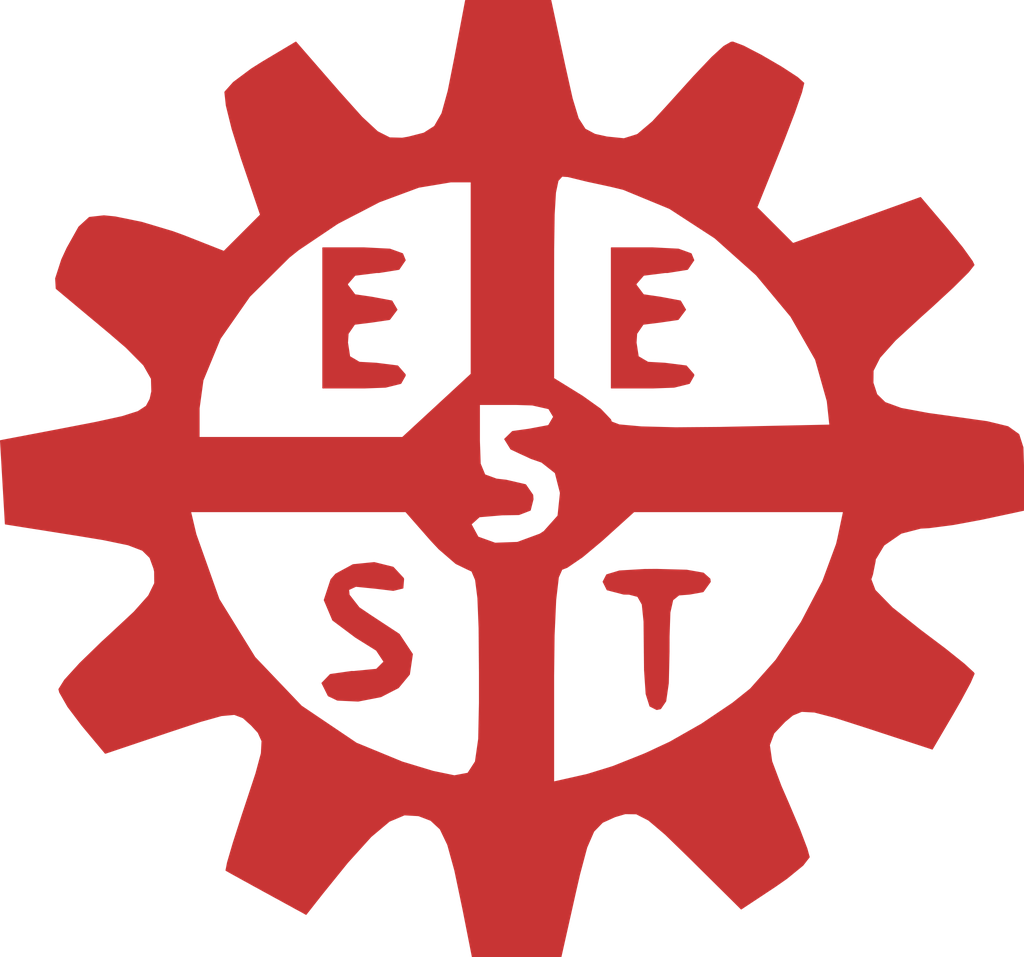
<source format=kicad_pcb>
(kicad_pcb (version 20241229) (generator "pcbnew") (generator_version "9.0")
  (layers (0 "F.Cu" signal) (2 "B.Cu" signal) (13 "F.Paste" user) (15 "B.Paste" user) (5 "F.SilkS" user "F.Silkscreen") (7 "B.SilkS" user "B.Silkscreen") (1 "F.Mask" user) (3 "B.Mask" user) (25 "Edge.Cuts" user))
  (net 0 "")
  (footprint "EESTN5:LOGO_EESTN5_F.Cu" (layer "F.Cu") (at 94.2 85.5)
    (property "Reference" "G***" (hide yes))
    (property "Value" "LOGO" (hide yes))
    (fp_poly (pts (xy -1.257782 -2.272405) (xy -1.127756 -2.225332) (xy -1.100667 -2.159) (xy -1.164927 -2.065069) (xy -1.370012 -2.03223) (xy -1.397 -2.032) (xy -1.616174 -2.004461) (xy -1.692798 -1.916567) (xy -1.693334 -1.905) (xy -1.617606 -1.804174) (xy -1.439334 -1.778) (xy -1.237682 -1.740136) (xy -1.185334 -1.651) (xy -1.261062 -1.550174) (xy -1.439334 -1.524) (xy -1.620861 -1.501219) (xy -1.687268 -1.404379) (xy -1.693334 -1.312334) (xy -1.671194 -1.169192) (xy -1.571562 -1.110593) (xy -1.397 -1.100667) (xy -1.177827 -1.073127) (xy -1.101203 -0.985234) (xy -1.100667 -0.973667) (xy -1.145987 -0.893802) (xy -1.302894 -0.854794) (xy -1.524 -0.846667) (xy -1.947334 -0.846667) (xy -1.947334 -2.286) (xy -1.524 -2.286) (xy -1.257782 -2.272405)) (stroke (width 0.01)) (fill yes) (layer "F.Cu"))
    (fp_poly (pts (xy 1.705551 -2.272405) (xy 1.835577 -2.225332) (xy 1.862666 -2.159) (xy 1.798407 -2.065069) (xy 1.593322 -2.03223) (xy 1.566333 -2.032) (xy 1.34716 -2.004461) (xy 1.270535 -1.916567) (xy 1.27 -1.905) (xy 1.345728 -1.804174) (xy 1.524 -1.778) (xy 1.725652 -1.740136) (xy 1.778 -1.651) (xy 1.702271 -1.550174) (xy 1.524 -1.524) (xy 1.342473 -1.501219) (xy 1.276065 -1.404379) (xy 1.27 -1.312334) (xy 1.29214 -1.169192) (xy 1.391771 -1.110593) (xy 1.566333 -1.100667) (xy 1.785506 -1.073127) (xy 1.86213 -0.985234) (xy 1.862666 -0.973667) (xy 1.817347 -0.893802) (xy 1.660439 -0.854794) (xy 1.439333 -0.846667) (xy 1.016 -0.846667) (xy 1.016 -2.286) (xy 1.439333 -2.286) (xy 1.705551 -2.272405)) (stroke (width 0.01)) (fill yes) (layer "F.Cu"))
    (fp_poly (pts (xy 1.790356 1.024478) (xy 1.961928 1.054774) (xy 2.02797 1.114177) (xy 2.032 1.143) (xy 1.958399 1.245143) (xy 1.820333 1.27) (xy 1.709749 1.278715) (xy 1.646459 1.329459) (xy 1.617286 1.459132) (xy 1.609052 1.704631) (xy 1.608666 1.862666) (xy 1.601197 2.184672) (xy 1.574342 2.368966) (xy 1.521426 2.446692) (xy 1.481666 2.455333) (xy 1.412665 2.420478) (xy 1.373173 2.295153) (xy 1.356518 2.048212) (xy 1.354666 1.862666) (xy 1.351554 1.55303) (xy 1.33343 1.375819) (xy 1.287119 1.294135) (xy 1.199441 1.271078) (xy 1.143 1.27) (xy 0.972761 1.225839) (xy 0.931333 1.143) (xy 0.968073 1.071763) (xy 1.099355 1.03217) (xy 1.356768 1.016929) (xy 1.481666 1.016) (xy 1.790356 1.024478)) (stroke (width 0.01)) (fill yes) (layer "F.Cu"))
    (fp_poly (pts (xy -1.224388 0.994294) (xy -1.119465 1.107382) (xy -1.117177 1.117378) (xy -1.124883 1.20801) (xy -1.22321 1.231928) (xy -1.403013 1.210289) (xy -1.607814 1.189767) (xy -1.682254 1.224636) (xy -1.676844 1.278244) (xy -1.574738 1.409035) (xy -1.462844 1.484972) (xy -1.16255 1.682287) (xy -1.026956 1.8867) (xy -1.05778 2.093831) (xy -1.170834 2.230544) (xy -1.349479 2.323026) (xy -1.584162 2.368778) (xy -1.797042 2.358754) (xy -1.890889 2.314222) (xy -1.955813 2.183869) (xy -1.870185 2.095172) (xy -1.65085 2.06423) (xy -1.629834 2.064676) (xy -1.3962 2.041962) (xy -1.318004 1.964509) (xy -1.396119 1.846728) (xy -1.608667 1.714205) (xy -1.844803 1.537441) (xy -1.932306 1.33122) (xy -1.863156 1.120897) (xy -1.81422 1.064314) (xy -1.636681 0.967819) (xy -1.418432 0.946126) (xy -1.224388 0.994294)) (stroke (width 0.01)) (fill yes) (layer "F.Cu"))
    (fp_poly (pts (xy 0.539361 -4.151857) (xy 0.613933 -3.818777) (xy 0.675789 -3.615221) (xy 0.746422 -3.504868) (xy 0.847324 -3.4514) (xy 0.970023 -3.424098) (xy 1.145299 -3.406255) (xy 1.284159 -3.449773) (xy 1.439308 -3.581438) (xy 1.580409 -3.734317) (xy 1.859395 -4.043435) (xy 2.049383 -4.243541) (xy 2.171009 -4.354672) (xy 2.244906 -4.39687) (xy 2.264833 -4.398995) (xy 2.375118 -4.357122) (xy 2.561062 -4.260084) (xy 2.76462 -4.141534) (xy 2.927749 -4.035128) (xy 2.992105 -3.977308) (xy 2.969059 -3.88328) (xy 2.895782 -3.673804) (xy 2.786828 -3.389883) (xy 2.757835 -3.317324) (xy 2.510004 -2.7017) (xy 2.695716 -2.515988) (xy 2.881428 -2.330275) (xy 3.536214 -2.56659) (xy 4.191 -2.802904) (xy 4.464907 -2.480952) (xy 4.622881 -2.286636) (xy 4.722472 -2.147555) (xy 4.740073 -2.110536) (xy 4.681507 -2.036295) (xy 4.524234 -1.880191) (xy 4.297747 -1.670992) (xy 4.201938 -1.585565) (xy 3.931215 -1.336576) (xy 3.772658 -1.159728) (xy 3.703898 -1.024329) (xy 3.702463 -0.900236) (xy 3.741727 -0.780219) (xy 3.827105 -0.697209) (xy 3.992135 -0.636975) (xy 4.270355 -0.585291) (xy 4.529666 -0.549293) (xy 4.876918 -0.5005) (xy 5.089422 -0.448985) (xy 5.200267 -0.369555) (xy 5.242541 -0.237014) (xy 5.249331 -0.026169) (xy 5.249333 -0.001311) (xy 5.249333 0.409301) (xy 4.821832 0.500984) (xy 4.531353 0.554948) (xy 4.279094 0.587898) (xy 4.19288 0.592666) (xy 3.992397 0.644554) (xy 3.814439 0.767657) (xy 3.726608 0.913137) (xy 3.725333 0.930456) (xy 3.697673 1.068866) (xy 3.680821 1.118146) (xy 3.724177 1.230398) (xy 3.900954 1.411134) (xy 4.188821 1.639824) (xy 4.444975 1.832685) (xy 4.638057 1.987161) (xy 4.73557 2.07694) (xy 4.741333 2.087176) (xy 4.702094 2.178074) (xy 4.601932 2.364055) (xy 4.526645 2.495183) (xy 4.311957 2.86152) (xy 3.641576 2.641747) (xy 3.311848 2.536019) (xy 3.101924 2.481175) (xy 2.97109 2.474177) (xy 2.878633 2.511984) (xy 2.79793 2.578776) (xy 2.684497 2.698445) (xy 2.638803 2.820406) (xy 2.662788 2.987252) (xy 2.758396 3.241572) (xy 2.836333 3.420879) (xy 2.947904 3.683896) (xy 3.024596 3.885222) (xy 3.048 3.970496) (xy 2.983236 4.054415) (xy 2.818165 4.189294) (xy 2.698733 4.272631) (xy 2.349467 4.503764) (xy 1.826995 3.985935) (xy 1.571156 3.73725) (xy 1.398047 3.590519) (xy 1.272476 3.52617) (xy 1.159252 3.52463) (xy 1.053372 3.555658) (xy 0.924955 3.613874) (xy 0.835005 3.706389) (xy 0.763325 3.871463) (xy 0.68972 4.147351) (xy 0.650268 4.319271) (xy 0.498314 4.995333) (xy -0.411328 4.995333) (xy -0.50736 4.5085) (xy -0.591258 4.108407) (xy -0.664258 3.843771) (xy -0.741455 3.682721) (xy -0.837942 3.593386) (xy -0.963523 3.545299) (xy -1.108962 3.537071) (xy -1.264686 3.602976) (xy -1.452317 3.760547) (xy -1.693481 4.027318) (xy -1.951466 4.346356) (xy -2.118691 4.558948) (xy -2.519846 4.339498) (xy -2.745917 4.215493) (xy -2.900447 4.1301) (xy -2.941364 4.106938) (xy -2.925799 4.026779) (xy -2.866548 3.824897) (xy -2.775095 3.53966) (xy -2.740404 3.435559) (xy -2.633263 3.110289) (xy -2.577935 2.904831) (xy -2.571464 2.778763) (xy -2.610892 2.691668) (xy -2.68044 2.615931) (xy -2.765973 2.539397) (xy -2.855413 2.505628) (xy -2.988705 2.517687) (xy -3.205794 2.57864) (xy -3.511289 2.679668) (xy -4.18078 2.904765) (xy -4.418724 2.619747) (xy -4.56483 2.426284) (xy -4.649125 2.278965) (xy -4.657262 2.246864) (xy -4.598523 2.152957) (xy -4.441822 1.980728) (xy -4.217331 1.762566) (xy -4.14164 1.693333) (xy -3.88432 1.453275) (xy -3.735721 1.286469) (xy -3.673316 1.159174) (xy -3.674582 1.037644) (xy -3.682045 1.004845) (xy -3.721971 0.895506) (xy -3.798529 0.820057) (xy -3.946993 0.763383) (xy -4.202638 0.710367) (xy -4.472833 0.665981) (xy -5.207 0.549938) (xy -5.214403 0.423333) (xy -3.305227 0.423333) (xy -3.2502 0.656166) (xy -3.013172 1.323016) (xy -2.644907 1.918903) (xy -2.167421 2.419522) (xy -1.602732 2.800566) (xy -1.132503 2.994096) (xy -0.81516 3.090169) (xy -0.596032 3.135588) (xy -0.456965 3.109318) (xy -0.379808 2.990329) (xy -0.346406 2.757586) (xy -0.338606 2.390057) (xy -0.33866 2.107666) (xy 0.423333 2.107666) (xy 0.423333 3.199333) (xy 0.767873 3.12192) (xy 1.031754 3.040452) (xy 1.361932 2.908805) (xy 1.617045 2.78977) (xy 1.944252 2.603669) (xy 2.26312 2.388654) (xy 2.445214 2.242736) (xy 2.707016 1.94742) (xy 2.967115 1.557063) (xy 3.187016 1.137956) (xy 3.328224 0.756388) (xy 3.341958 0.6985) (xy 3.400121 0.423333) (xy 1.24819 0.423333) (xy 0.920184 0.719666) (xy 0.718894 0.887939) (xy 0.561573 0.995307) (xy 0.507756 1.016) (xy 0.4717 1.097552) (xy 0.444693 1.330094) (xy 0.428139 1.695457) (xy 0.423333 2.107666) (xy -0.33866 2.107666) (xy -0.338667 2.074333) (xy -0.342196 1.620223) (xy -0.354565 1.311408) (xy -0.378446 1.123962) (xy -0.416512 1.033957) (xy -0.456896 1.016) (xy -0.579897 0.956565) (xy -0.754009 0.80635) (xy -0.83531 0.719666) (xy -0.980075 0.554787) (xy -0.423334 0.554787) (xy -0.353129 0.684246) (xy -0.177325 0.747288) (xy 0.051862 0.738881) (xy 0.282214 0.653993) (xy 0.324585 0.626866) (xy 0.468277 0.465976) (xy 0.492508 0.234594) (xy 0.491591 0.224699) (xy 0.440212 0.024699) (xy 0.300828 -0.085076) (xy 0.1905 -0.123343) (xy -0.015317 -0.218891) (xy -0.079307 -0.321746) (xy 0.000782 -0.399964) (xy 0.169333 -0.423334) (xy 0.370985 -0.461198) (xy 0.423333 -0.550334) (xy 0.373471 -0.634041) (xy 0.20393 -0.67217) (xy 0.042333 -0.677334) (xy -0.338667 -0.677334) (xy -0.338667 -0.301698) (xy -0.330542 -0.06856) (xy -0.28347 0.045072) (xy -0.163409 0.088954) (xy -0.0635 0.100468) (xy 0.135797 0.14694) (xy 0.208528 0.252149) (xy 0.211666 0.296333) (xy 0.183034 0.408533) (xy 0.066884 0.453168) (xy -0.105834 0.456009) (xy -0.339492 0.475785) (xy -0.423249 0.551435) (xy -0.423334 0.554787) (xy -0.980075 0.554787) (xy -1.095494 0.423333) (xy -3.305227 0.423333) (xy -5.214403 0.423333) (xy -5.232027 0.121935) (xy -5.257053 -0.306067) (xy -4.681693 -0.415636) (xy -4.276338 -0.493947) (xy -4.007454 -0.552764) (xy -3.845146 -0.604172) (xy -3.793785 -0.637815) (xy -3.217334 -0.637815) (xy -3.217334 -0.338667) (xy -1.128843 -0.338667) (xy -0.776088 -0.664328) (xy -0.423334 -0.989989) (xy -0.423334 -2.002278) (xy 0.423333 -2.002278) (xy 0.423333 -0.945145) (xy 0.719666 -0.762) (xy 0.9052 -0.62955) (xy 1.008424 -0.521323) (xy 1.016 -0.498638) (xy 1.096786 -0.467835) (xy 1.32412 -0.447345) (xy 1.675466 -0.438302) (xy 2.128287 -0.441844) (xy 2.137833 -0.442043) (xy 3.259666 -0.465667) (xy 3.233221 -0.711733) (xy 3.112748 -1.138874) (xy 2.859857 -1.580812) (xy 2.505286 -2.007024) (xy 2.079775 -2.386987) (xy 1.614062 -2.690181) (xy 1.138885 -2.886082) (xy 1.012633 -2.916685) (xy 0.768622 -2.969346) (xy 0.57827 -3.015809) (xy 0.5715 -3.017694) (xy 0.509886 -3.021774) (xy 0.468111 -2.975683) (xy 0.44238 -2.85341) (xy 0.428899 -2.628949) (xy 0.423871 -2.276289) (xy 0.423333 -2.002278) (xy -0.423334 -2.002278) (xy -0.423334 -2.963334) (xy -0.631824 -2.963334) (xy -0.962471 -2.908346) (xy -1.366107 -2.758565) (xy -1.793853 -2.536766) (xy -2.196832 -2.265724) (xy -2.291533 -2.189985) (xy -2.698486 -1.787206) (xy -3.000483 -1.354628) (xy -3.177849 -0.925242) (xy -3.217334 -0.637815) (xy -3.793785 -0.637815) (xy -3.759524 -0.660256) (xy -3.720693 -0.733098) (xy -3.703308 -0.811154) (xy -3.706848 -0.941961) (xy -3.786238 -1.081332) (xy -3.965688 -1.262632) (xy -4.139283 -1.411952) (xy -4.381611 -1.614247) (xy -4.575097 -1.775937) (xy -4.680862 -1.864533) (xy -4.684694 -1.867764) (xy -4.691098 -1.970977) (xy -4.627829 -2.16599) (xy -4.572893 -2.284251) (xy -4.452042 -2.500176) (xy -4.344728 -2.598304) (xy -4.194602 -2.615078) (xy -4.0792 -2.60354) (xy -3.806817 -2.547874) (xy -3.48659 -2.452027) (xy -3.365098 -2.407471) (xy -2.962528 -2.249177) (xy -2.586454 -2.625251) (xy -2.785005 -3.208458) (xy -2.878316 -3.507216) (xy -2.938197 -3.748097) (xy -2.952785 -3.882679) (xy -2.951494 -3.887854) (xy -2.864556 -3.985317) (xy -2.680796 -4.122545) (xy -2.571491 -4.19153) (xy -2.223552 -4.399015) (xy -1.776316 -3.884817) (xy -1.546227 -3.628086) (xy -1.386242 -3.479477) (xy -1.260197 -3.415278) (xy -1.131928 -3.411774) (xy -1.070915 -3.422251) (xy -0.908518 -3.463784) (xy -0.799582 -3.533441) (xy -0.723458 -3.666416) (xy -0.659498 -3.897905) (xy -0.591529 -4.239364) (xy -0.480839 -4.826) (xy 0.394495 -4.826) (xy 0.539361 -4.151857)) (stroke (width 0.01)) (fill yes) (layer "F.Cu"))
  )
)
</source>
